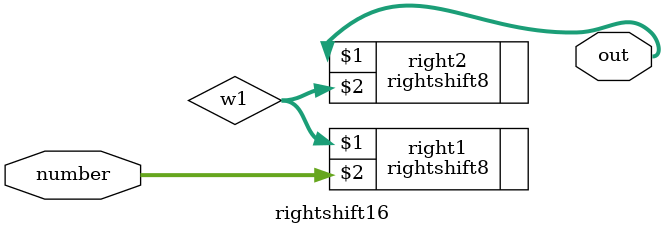
<source format=v>
module rightshift16(out, number);
    input [31:0] number;
    output [31:0] out;

    wire [31:0] w1;
    rightshift8 right1(w1, number);
    rightshift8 right2(out, w1);

endmodule
</source>
